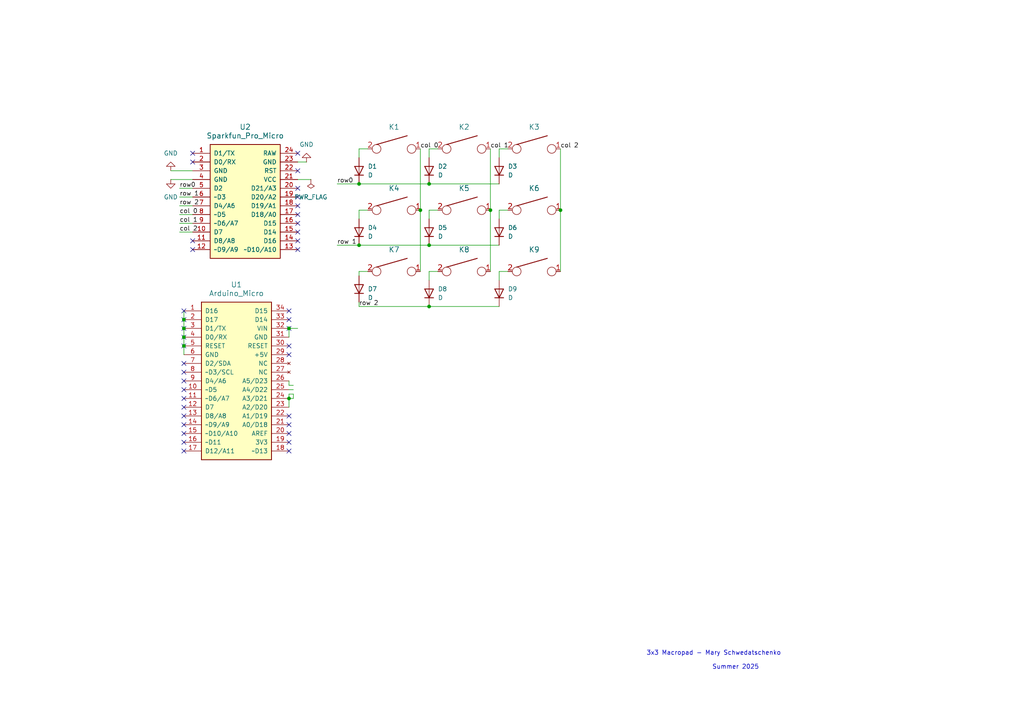
<source format=kicad_sch>
(kicad_sch (version 20231120) (generator "eeschema") (generator_version "8.0")
  (paper "A4")
  (lib_symbols
    (symbol "Device:D" (pin_numbers hide) (pin_names (offset 1.016) hide)
      (property "Reference" "D" (at 0 2.54 0))
      (property "Value" "D" (at 0 -2.54 0))
      (symbol "D_0_1"
        (polyline (pts (xy -1.27 1.27) (xy -1.27 -1.27)) (stroke (width 0.254)))
        (polyline (pts (xy 1.27 0) (xy -1.27 0)))
        (polyline (pts (xy 1.27 1.27) (xy 1.27 -1.27) (xy -1.27 0) (xy 1.27 1.27)) (stroke (width 0.254)))
      )
      (symbol "D_1_1"
        (pin passive line (at -3.81 0 0) (length 2.54) (name "K") (number "1"))
        (pin passive line (at 3.81 0 180) (length 2.54) (name "A") (number "2"))
      )
    )
    (symbol "keyboard_parts:KEYSW" (pin_names (offset 1.016))
      (property "Reference" "K?" (at -1.27 0 0))
      (symbol "KEYSW_0_1"
        (circle (center -5.08 0) (radius 1.27))
        (polyline (pts (xy -5.08 1.27) (xy 3.81 3.81)) (stroke (width 0.254)))
        (circle (center 5.08 0) (radius 1.27))
      )
      (symbol "KEYSW_1_1"
        (pin passive line (at 7.62 0 180) (length 1.27) (name "~") (number "1"))
        (pin passive line (at -7.62 0 0) (length 1.27) (name "~") (number "2"))
      )
    )
    (symbol "micro:Arduino_Micro" (pin_names (offset 1.016))
      (property "Reference" "U" (at -10.16 26.67 0))
      (property "Value" "Arduino_Micro" (at -2.54 24.13 0))
      (symbol "Arduino_Micro_0_1"
        (rectangle (start -10.16 22.86) (end 10.16 -22.86) (stroke (width 0.254)) (fill (type background)))
      )
      (symbol "Arduino_Micro_1_1"
        (pin bidirectional line (at -15.24 20.32 0) (length 5.08) (name "D16") (number "1"))
        (pin bidirectional line (at -15.24 -2.54 0) (length 5.08) (name "~D5") (number "10"))
        (pin bidirectional line (at -15.24 -5.08 0) (length 5.08) (name "~D6/A7") (number "11"))
        (pin bidirectional line (at -15.24 -7.62 0) (length 5.08) (name "D7") (number "12"))
        (pin bidirectional line (at -15.24 -10.16 0) (length 5.08) (name "D8/A8") (number "13"))
        (pin bidirectional line (at -15.24 -12.7 0) (length 5.08) (name "~D9/A9") (number "14"))
        (pin bidirectional line (at -15.24 -15.24 0) (length 5.08) (name "~D10/A10") (number "15"))
        (pin bidirectional line (at -15.24 -17.78 0) (length 5.08) (name "~D11") (number "16"))
        (pin bidirectional line (at -15.24 -20.32 0) (length 5.08) (name "D12/A11") (number "17"))
        (pin bidirectional line (at 15.24 -20.32 180) (length 5.08) (name "~D13") (number "18"))
        (pin power_out line (at 15.24 -17.78 180) (length 5.08) (name "3V3") (number "19"))
        (pin bidirectional line (at -15.24 17.78 0) (length 5.08) (name "D17") (number "2"))
        (pin input line (at 15.24 -15.24 180) (length 5.08) (name "AREF") (number "20"))
        (pin bidirectional line (at 15.24 -12.7 180) (length 5.08) (name "A0/D18") (number "21"))
        (pin bidirectional line (at 15.24 -10.16 180) (length 5.08) (name "A1/D19") (number "22"))
        (pin bidirectional line (at 15.24 -7.62 180) (length 5.08) (name "A2/D20") (number "23"))
        (pin bidirectional line (at 15.24 -5.08 180) (length 5.08) (name "A3/D21") (number "24"))
        (pin bidirectional line (at 15.24 -2.54 180) (length 5.08) (name "A4/D22") (number "25"))
        (pin bidirectional line (at 15.24 0 180) (length 5.08) (name "A5/D23") (number "26"))
        (pin no_connect line (at 15.24 2.54 180) (length 5.08) (name "NC") (number "27"))
        (pin no_connect line (at 15.24 5.08 180) (length 5.08) (name "NC") (number "28"))
        (pin power_in line (at 15.24 7.62 180) (length 5.08) (name "+5V") (number "29"))
        (pin bidirectional line (at -15.24 15.24 0) (length 5.08) (name "D1/TX") (number "3"))
        (pin input line (at 15.24 10.16 180) (length 5.08) (name "RESET") (number "30"))
        (pin power_in line (at 15.24 12.7 180) (length 5.08) (name "GND") (number "31"))
        (pin power_out line (at 15.24 15.24 180) (length 5.08) (name "VIN") (number "32"))
        (pin bidirectional line (at 15.24 17.78 180) (length 5.08) (name "D14") (number "33"))
        (pin bidirectional line (at 15.24 20.32 180) (length 5.08) (name "D15") (number "34"))
        (pin bidirectional line (at -15.24 12.7 0) (length 5.08) (name "D0/RX") (number "4"))
        (pin input line (at -15.24 10.16 0) (length 5.08) (name "RESET") (number "5"))
        (pin power_in line (at -15.24 7.62 0) (length 5.08) (name "GND") (number "6"))
        (pin bidirectional line (at -15.24 5.08 0) (length 5.08) (name "D2/SDA") (number "7"))
        (pin bidirectional line (at -15.24 2.54 0) (length 5.08) (name "~D3/SCL") (number "8"))
        (pin bidirectional line (at -15.24 0 0) (length 5.08) (name "D4/A6") (number "9"))
      )
    )
    (symbol "micro:Sparkfun_Pro_Micro" (pin_names (offset 1.016))
      (property "Reference" "U" (at -8.89 21.59 0))
      (property "Value" "Sparkfun_Pro_Micro" (at 0 19.05 0))
      (symbol "Sparkfun_Pro_Micro_0_1"
        (rectangle (start -10.16 17.78) (end 10.16 -15.24) (stroke (width 0.254)) (fill (type background)))
      )
      (symbol "Sparkfun_Pro_Micro_1_1"
        (pin bidirectional line (at -15.24 15.24 0) (length 5.08) (name "D1/TX") (number "1"))
        (pin bidirectional line (at -15.24 -7.62 0) (length 5.08) (name "D7") (number "10"))
        (pin bidirectional line (at -15.24 -10.16 0) (length 5.08) (name "D8/A8") (number "11"))
        (pin bidirectional line (at -15.24 -12.7 0) (length 5.08) (name "~D9/A9") (number "12"))
        (pin bidirectional line (at 15.24 -12.7 180) (length 5.08) (name "~D10/A10") (number "13"))
        (pin bidirectional line (at 15.24 -10.16 180) (length 5.08) (name "D16") (number "14"))
        (pin bidirectional line (at 15.24 -7.62 180) (length 5.08) (name "D14") (number "15"))
        (pin bidirectional line (at 15.24 -5.08 180) (length 5.08) (name "D15") (number "16"))
        (pin bidirectional line (at 15.24 -2.54 180) (length 5.08) (name "D18/A0") (number "17"))
        (pin bidirectional line (at 15.24 0 180) (length 5.08) (name "D19/A1") (number "18"))
        (pin bidirectional line (at 15.24 2.54 180) (length 5.08) (name "D20/A2") (number "19"))
        (pin bidirectional line (at -15.24 12.7 0) (length 5.08) (name "D0/RX") (number "2"))
        (pin bidirectional line (at 15.24 5.08 180) (length 5.08) (name "D21/A3") (number "20"))
        (pin power_in line (at 15.24 7.62 180) (length 5.08) (name "VCC") (number "21"))
        (pin input line (at 15.24 10.16 180) (length 5.08) (name "RST") (number "22"))
        (pin power_in line (at 15.24 12.7 180) (length 5.08) (name "GND") (number "23"))
        (pin power_in line (at 15.24 15.24 180) (length 5.08) (name "RAW") (number "24"))
        (pin power_in line (at -15.24 10.16 0) (length 5.08) (name "GND") (number "3"))
        (pin power_in line (at -15.24 7.62 0) (length 5.08) (name "GND") (number "4"))
        (pin bidirectional line (at -15.24 5.08 0) (length 5.08) (name "D2") (number "5"))
        (pin bidirectional line (at -15.24 2.54 0) (length 5.08) (name "~D3") (number "6"))
        (pin bidirectional line (at -15.24 0 0) (length 5.08) (name "D4/A6") (number "7"))
        (pin bidirectional line (at -15.24 -2.54 0) (length 5.08) (name "~D5") (number "8"))
        (pin bidirectional line (at -15.24 -5.08 0) (length 5.08) (name "~D6/A7") (number "9"))
      )
    )
    (symbol "power:GND" (power) (pin_numbers hide) (pin_names (offset 0) hide)
      (property "Value" "GND" (at 0 -3.81 0))
      (symbol "GND_0_1"
        (polyline (pts (xy 0 0) (xy 0 -1.27) (xy 1.27 -1.27) (xy 0 -2.54) (xy -1.27 -1.27) (xy 0 -1.27)))
      )
      (symbol "GND_1_1"
        (pin power_in line (at 0 0 270) (length 0) (name "~") (number "1"))
      )
    )
    (symbol "power:PWR_FLAG" (power) (pin_numbers hide) (pin_names (offset 0) hide)
      (property "Value" "PWR_FLAG" (at 0 3.81 0))
      (symbol "PWR_FLAG_0_0"
        (pin power_out line (at 0 0 90) (length 0) (name "~") (number "1"))
      )
      (symbol "PWR_FLAG_0_1"
        (polyline (pts (xy 0 0) (xy 0 1.27) (xy -1.016 1.905) (xy 0 2.54) (xy 1.016 1.905) (xy 0 1.27)))
      )
    )
  )
  (junction (at 162.56 60.96))
  (junction (at 83.82 115.57))
  (junction (at 124.46 88.9))
  (junction (at 124.46 53.34))
  (junction (at 104.14 53.34))
  (junction (at 124.46 71.12))
  (junction (at 83.82 95.25))
  (junction (at 142.24 60.96))
  (junction (at 53.34 97.79))
  (junction (at 53.34 95.25))
  (junction (at 104.14 71.12))
  (junction (at 121.92 60.96))
  (junction (at 53.34 92.71))
  (junction (at 53.34 100.33))
  (no_connect (at 55.88 44.45))
  (no_connect (at 53.34 130.81))
  (no_connect (at 83.82 120.65))
  (no_connect (at 55.88 72.39))
  (no_connect (at 86.36 54.61))
  (no_connect (at 83.82 92.71))
  (no_connect (at 53.34 97.79))
  (no_connect (at 86.36 69.85))
  (no_connect (at 53.34 90.17))
  (no_connect (at 55.88 69.85))
  (no_connect (at 86.36 67.31))
  (no_connect (at 53.34 107.95))
  (no_connect (at 83.82 128.27))
  (no_connect (at 86.36 57.15))
  (no_connect (at 53.34 120.65))
  (no_connect (at 86.36 62.23))
  (no_connect (at 53.34 105.41))
  (no_connect (at 86.36 44.45))
  (no_connect (at 53.34 125.73))
  (no_connect (at 86.36 72.39))
  (no_connect (at 83.82 90.17))
  (no_connect (at 53.34 118.11))
  (no_connect (at 86.36 49.53))
  (no_connect (at 83.82 102.87))
  (no_connect (at 55.88 46.99))
  (no_connect (at 83.82 100.33))
  (no_connect (at 53.34 115.57))
  (no_connect (at 53.34 113.03))
  (no_connect (at 53.34 100.33))
  (no_connect (at 53.34 123.19))
  (no_connect (at 83.82 123.19))
  (no_connect (at 53.34 95.25))
  (no_connect (at 53.34 92.71))
  (no_connect (at 53.34 128.27))
  (no_connect (at 83.82 95.25))
  (no_connect (at 83.82 125.73))
  (no_connect (at 86.36 64.77))
  (no_connect (at 53.34 110.49))
  (no_connect (at 83.82 130.81))
  (no_connect (at 86.36 59.69))
  (wire (pts (xy 104.14 53.34) (xy 124.46 53.34)))
  (wire (pts (xy 52.07 62.23) (xy 55.88 62.23)))
  (wire (pts (xy 124.46 53.34) (xy 144.78 53.34)))
  (wire (pts (xy 121.92 43.18) (xy 121.92 60.96)))
  (wire (pts (xy 147.32 43.18) (xy 144.78 43.18)))
  (wire (pts (xy 53.34 92.71) (xy 53.34 90.17)))
  (wire (pts (xy 106.68 43.18) (xy 104.14 43.18)))
  (wire (pts (xy 124.46 60.96) (xy 124.46 63.5)))
  (wire (pts (xy 124.46 60.96) (xy 127 60.96)))
  (wire (pts (xy 124.46 71.12) (xy 144.78 71.12)))
  (wire (pts (xy 52.07 67.31) (xy 55.88 67.31)))
  (wire (pts (xy 53.34 95.25) (xy 53.34 92.71)))
  (wire (pts (xy 83.82 115.57) (xy 83.82 114.3)))
  (wire (pts (xy 162.56 60.96) (xy 162.56 78.74)))
  (wire (pts (xy 86.36 52.07) (xy 90.17 52.07)))
  (wire (pts (xy 142.24 43.18) (xy 142.24 60.96)))
  (wire (pts (xy 86.36 46.99) (xy 88.9 46.99)))
  (wire (pts (xy 52.07 59.69) (xy 55.88 59.69)))
  (wire (pts (xy 144.78 78.74) (xy 144.78 81.28)))
  (wire (pts (xy 127 78.74) (xy 124.46 78.74)))
  (wire (pts (xy 52.07 57.15) (xy 55.88 57.15)))
  (wire (pts (xy 147.32 78.74) (xy 144.78 78.74)))
  (wire (pts (xy 83.82 97.79) (xy 83.82 95.25)))
  (wire (pts (xy 124.46 78.74) (xy 124.46 81.28)))
  (wire (pts (xy 106.68 78.74) (xy 104.14 78.74)))
  (wire (pts (xy 97.79 71.12) (xy 104.14 71.12)))
  (wire (pts (xy 106.68 60.96) (xy 104.14 60.96)))
  (wire (pts (xy 104.14 78.74) (xy 104.14 80.01)))
  (wire (pts (xy 97.79 53.34) (xy 104.14 53.34)))
  (wire (pts (xy 49.53 49.53) (xy 55.88 49.53)))
  (wire (pts (xy 85.09 115.57) (xy 85.09 114.3)))
  (wire (pts (xy 124.46 43.18) (xy 124.46 45.72)))
  (wire (pts (xy 124.46 88.9) (xy 144.78 88.9)))
  (wire (pts (xy 53.34 97.79) (xy 53.34 95.25)))
  (wire (pts (xy 121.92 60.96) (xy 121.92 78.74)))
  (wire (pts (xy 144.78 43.18) (xy 144.78 45.72)))
  (wire (pts (xy 104.14 88.9) (xy 124.46 88.9)))
  (wire (pts (xy 83.82 118.11) (xy 83.82 115.57)))
  (wire (pts (xy 162.56 43.18) (xy 162.56 60.96)))
  (wire (pts (xy 52.07 64.77) (xy 55.88 64.77)))
  (wire (pts (xy 104.14 43.18) (xy 104.14 45.72)))
  (wire (pts (xy 147.32 60.96) (xy 144.78 60.96)))
  (wire (pts (xy 83.82 113.03) (xy 85.09 113.03)))
  (wire (pts (xy 52.07 54.61) (xy 55.88 54.61)))
  (wire (pts (xy 83.82 111.76) (xy 85.09 111.76)))
  (wire (pts (xy 83.82 110.49) (xy 83.82 111.76)))
  (wire (pts (xy 127 43.18) (xy 124.46 43.18)))
  (wire (pts (xy 49.53 52.07) (xy 55.88 52.07)))
  (wire (pts (xy 83.82 95.25) (xy 86.36 95.25)))
  (wire (pts (xy 104.14 88.9) (xy 104.14 87.63)))
  (wire (pts (xy 104.14 60.96) (xy 104.14 63.5)))
  (wire (pts (xy 83.82 114.3) (xy 85.09 114.3)))
  (wire (pts (xy 142.24 60.96) (xy 142.24 78.74)))
  (wire (pts (xy 53.34 100.33) (xy 53.34 97.79)))
  (wire (pts (xy 83.82 115.57) (xy 85.09 115.57)))
  (wire (pts (xy 104.14 71.12) (xy 124.46 71.12)))
  (wire (pts (xy 144.78 60.96) (xy 144.78 63.5)))
  (wire (pts (xy 53.34 102.87) (xy 53.34 100.33)))
  (text "Summer 2025" (at 213.36 193.548 0) (effects (font (size 1.27 1.27))))
  (text "3x3 Macropad - Mary Schwedatschenko" (exclude_from_sim yes) (at 207.01 189.484 0) (effects (font (size 1.27 1.27))))
  (label "col 0" (at 121.92 43.18 0))
  (label "row0" (at 52.07 54.61 0))
  (label "col 2" (at 162.56 43.18 0))
  (label "row 1" (at 97.79 71.12 0))
  (label "row0" (at 97.79 53.34 0))
  (label "col 0" (at 52.07 62.23 0))
  (label "row 1" (at 52.07 57.15 0))
  (label "row 2" (at 104.14 88.9 0))
  (label "col 1" (at 142.24 43.18 0))
  (label "col 1" (at 52.07 64.77 0))
  (label "col 2" (at 52.07 67.31 0))
  (label "row 2" (at 52.07 59.69 0))
  (symbol (lib_id "Device:D") (at 104.14 83.82 90) (unit 1)
    (property "Reference" "D7" (at 106.68 83.8199 90) (effects (justify right)))
    (property "Value" "D" (at 106.68 86.3599 90) (effects (justify right)))
    (property "Footprint" "Diode_THT:D_DO-35_SOD27_P5.08mm_Vertical_AnodeUp" (effects (hide yes)))
    (property "Description" "Diode" (effects (hide yes)))
    (property "Sim.Device" "D" (effects (hide yes)))
    (property "Sim.Pins" "1=K 2=A" (effects (hide yes)))
  )
  (symbol (lib_id "power:GND") (at 49.53 49.53 180) (unit 1)
    (property "Reference" "#PWR02" (effects (hide yes)))
    (property "Value" "GND" (at 49.53 44.45 0))
    (property "Description" "Power symbol creates a global label with name \"GND\" , ground" (effects (hide yes)))
  )
  (symbol (lib_id "keyboard_parts:KEYSW") (at 154.94 78.74 0) (unit 1)
    (property "Reference" "K9" (at 154.94 72.39 0) (effects (font (size 1.524 1.524))))
    (property "Value" "KEYSW" (effects (hide yes)))
    (property "Footprint" "Button_Switch_Keyboard:SW_Cherry_MX_1.00u_PCB" (effects (hide yes)))
  )
  (symbol (lib_id "keyboard_parts:KEYSW") (at 114.3 60.96 0) (unit 1)
    (property "Reference" "K4" (at 114.3 54.61 0) (effects (font (size 1.524 1.524))))
    (property "Value" "KEYSW" (effects (hide yes)))
    (property "Footprint" "Button_Switch_Keyboard:SW_Cherry_MX_1.00u_PCB" (effects (hide yes)))
  )
  (symbol (lib_id "power:PWR_FLAG") (at 90.17 52.07 180) (unit 1)
    (property "Reference" "#FLG01" (effects (hide yes)))
    (property "Value" "PWR_FLAG" (at 90.17 57.15 0))
    (property "Description" "Special symbol for telling ERC where power comes from" (effects (hide yes)))
  )
  (symbol (lib_id "keyboard_parts:KEYSW") (at 114.3 78.74 0) (unit 1)
    (property "Reference" "K7" (at 114.3 72.39 0) (effects (font (size 1.524 1.524))))
    (property "Value" "KEYSW" (effects (hide yes)))
    (property "Footprint" "Button_Switch_Keyboard:SW_Cherry_MX_1.00u_PCB" (effects (hide yes)))
  )
  (symbol (lib_id "keyboard_parts:KEYSW") (at 134.62 78.74 0) (unit 1)
    (property "Reference" "K8" (at 134.62 72.39 0) (effects (font (size 1.524 1.524))))
    (property "Value" "KEYSW" (effects (hide yes)))
    (property "Footprint" "Button_Switch_Keyboard:SW_Cherry_MX_1.00u_PCB" (effects (hide yes)))
  )
  (symbol (lib_id "micro:Sparkfun_Pro_Micro") (at 71.12 59.69 0) (unit 1)
    (property "Reference" "U2" (at 71.12 36.83 0) (effects (font (size 1.524 1.524))))
    (property "Value" "Sparkfun_Pro_Micro" (at 71.12 39.37 0) (effects (font (size 1.524 1.524))))
    (property "Footprint" "Arduino:Sparkfun_Pro_Micro" (effects (hide yes)))
    (property "Datasheet" "https://www.sparkfun.com/products/12640" (effects (hide yes)))
    (property "Description" "Sparkfun Pro Micro" (effects (hide yes)))
  )
  (symbol (lib_id "Device:D") (at 124.46 67.31 90) (unit 1)
    (property "Reference" "D5" (at 127 66.0399 90) (effects (justify right)))
    (property "Value" "D" (at 127 68.5799 90) (effects (justify right)))
    (property "Footprint" "Diode_THT:D_DO-35_SOD27_P5.08mm_Vertical_AnodeUp" (effects (hide yes)))
    (property "Description" "Diode" (effects (hide yes)))
    (property "Sim.Device" "D" (effects (hide yes)))
    (property "Sim.Pins" "1=K 2=A" (effects (hide yes)))
  )
  (symbol (lib_id "Device:D") (at 144.78 49.53 90) (unit 1)
    (property "Reference" "D3" (at 147.32 48.2599 90) (effects (justify right)))
    (property "Value" "D" (at 147.32 50.7999 90) (effects (justify right)))
    (property "Footprint" "Diode_THT:D_DO-35_SOD27_P5.08mm_Vertical_AnodeUp" (effects (hide yes)))
    (property "Description" "Diode" (effects (hide yes)))
    (property "Sim.Device" "D" (effects (hide yes)))
    (property "Sim.Pins" "1=K 2=A" (effects (hide yes)))
  )
  (symbol (lib_id "power:GND") (at 88.9 46.99 180) (unit 1)
    (property "Reference" "#PWR03" (effects (hide yes)))
    (property "Value" "GND" (at 88.9 41.91 0))
    (property "Description" "Power symbol creates a global label with name \"GND\" , ground" (effects (hide yes)))
  )
  (symbol (lib_id "Device:D") (at 104.14 67.31 90) (unit 1)
    (property "Reference" "D4" (at 106.68 66.0399 90) (effects (justify right)))
    (property "Value" "D" (at 106.68 68.5799 90) (effects (justify right)))
    (property "Footprint" "Diode_THT:D_DO-35_SOD27_P5.08mm_Vertical_AnodeUp" (effects (hide yes)))
    (property "Description" "Diode" (effects (hide yes)))
    (property "Sim.Device" "D" (effects (hide yes)))
    (property "Sim.Pins" "1=K 2=A" (effects (hide yes)))
  )
  (symbol (lib_id "Device:D") (at 124.46 49.53 90) (unit 1)
    (property "Reference" "D2" (at 127 48.2599 90) (effects (justify right)))
    (property "Value" "D" (at 127 50.7999 90) (effects (justify right)))
    (property "Footprint" "Diode_THT:D_DO-35_SOD27_P5.08mm_Vertical_AnodeUp" (effects (hide yes)))
    (property "Description" "Diode" (effects (hide yes)))
    (property "Sim.Device" "D" (effects (hide yes)))
    (property "Sim.Pins" "1=K 2=A" (effects (hide yes)))
  )
  (symbol (lib_id "Device:D") (at 144.78 67.31 90) (unit 1)
    (property "Reference" "D6" (at 147.32 66.0399 90) (effects (justify right)))
    (property "Value" "D" (at 147.32 68.5799 90) (effects (justify right)))
    (property "Footprint" "Diode_THT:D_DO-35_SOD27_P5.08mm_Vertical_AnodeUp" (effects (hide yes)))
    (property "Description" "Diode" (effects (hide yes)))
    (property "Sim.Device" "D" (effects (hide yes)))
    (property "Sim.Pins" "1=K 2=A" (effects (hide yes)))
  )
  (symbol (lib_id "keyboard_parts:KEYSW") (at 134.62 60.96 0) (unit 1)
    (property "Reference" "K5" (at 134.62 54.61 0) (effects (font (size 1.524 1.524))))
    (property "Value" "KEYSW" (effects (hide yes)))
    (property "Footprint" "Button_Switch_Keyboard:SW_Cherry_MX_1.00u_PCB" (effects (hide yes)))
  )
  (symbol (lib_id "keyboard_parts:KEYSW") (at 114.3 43.18 0) (unit 1)
    (property "Reference" "K1" (at 114.3 36.83 0) (effects (font (size 1.524 1.524))))
    (property "Value" "KEYSW" (effects (hide yes)))
    (property "Footprint" "Button_Switch_Keyboard:SW_Cherry_MX_1.00u_PCB" (effects (hide yes)))
  )
  (symbol (lib_id "power:GND") (at 49.53 52.07 0) (unit 1)
    (property "Reference" "#PWR01" (effects (hide yes)))
    (property "Value" "GND" (at 49.53 57.15 0))
    (property "Description" "Power symbol creates a global label with name \"GND\" , ground" (effects (hide yes)))
  )
  (symbol (lib_id "keyboard_parts:KEYSW") (at 154.94 60.96 0) (unit 1)
    (property "Reference" "K6" (at 154.94 54.61 0) (effects (font (size 1.524 1.524))))
    (property "Value" "KEYSW" (effects (hide yes)))
    (property "Footprint" "Button_Switch_Keyboard:SW_Cherry_MX_1.00u_PCB" (effects (hide yes)))
  )
  (symbol (lib_id "Device:D") (at 124.46 85.09 90) (unit 1)
    (property "Reference" "D8" (at 127 83.8199 90) (effects (justify right)))
    (property "Value" "D" (at 127 86.3599 90) (effects (justify right)))
    (property "Footprint" "Diode_THT:D_DO-35_SOD27_P5.08mm_Vertical_AnodeUp" (effects (hide yes)))
    (property "Description" "Diode" (effects (hide yes)))
    (property "Sim.Device" "D" (effects (hide yes)))
    (property "Sim.Pins" "1=K 2=A" (effects (hide yes)))
  )
  (symbol (lib_id "keyboard_parts:KEYSW") (at 154.94 43.18 0) (unit 1)
    (property "Reference" "K3" (at 154.94 36.83 0) (effects (font (size 1.524 1.524))))
    (property "Value" "KEYSW" (effects (hide yes)))
    (property "Footprint" "Button_Switch_Keyboard:SW_Cherry_MX_1.00u_PCB" (effects (hide yes)))
  )
  (symbol (lib_id "Device:D") (at 104.14 49.53 90) (unit 1)
    (property "Reference" "D1" (at 106.68 48.2599 90) (effects (justify right)))
    (property "Value" "D" (at 106.68 50.7999 90) (effects (justify right)))
    (property "Footprint" "Diode_THT:D_DO-35_SOD27_P5.08mm_Vertical_AnodeUp" (effects (hide yes)))
    (property "Description" "Diode" (effects (hide yes)))
    (property "Sim.Device" "D" (effects (hide yes)))
    (property "Sim.Pins" "1=K 2=A" (effects (hide yes)))
  )
  (symbol (lib_id "micro:Arduino_Micro") (at 68.58 110.49 0) (unit 1)
    (property "Reference" "U1" (at 68.58 82.55 0) (effects (font (size 1.524 1.524))))
    (property "Value" "Arduino_Micro" (at 68.58 85.09 0) (effects (font (size 1.524 1.524))))
    (property "Footprint" "Arduino:Arduino_Micro" (effects (hide yes)))
    (property "Datasheet" "https://store.arduino.cc/usa/arduino-micro" (effects (hide yes)))
    (property "Description" "Arduino Micro" (effects (hide yes)))
  )
  (symbol (lib_id "Device:D") (at 144.78 85.09 90) (unit 1)
    (property "Reference" "D9" (at 147.32 83.8199 90) (effects (justify right)))
    (property "Value" "D" (at 147.32 86.3599 90) (effects (justify right)))
    (property "Footprint" "Diode_THT:D_DO-35_SOD27_P5.08mm_Vertical_AnodeUp" (effects (hide yes)))
    (property "Description" "Diode" (effects (hide yes)))
    (property "Sim.Device" "D" (effects (hide yes)))
    (property "Sim.Pins" "1=K 2=A" (effects (hide yes)))
  )
  (symbol (lib_id "keyboard_parts:KEYSW") (at 134.62 43.18 0) (unit 1)
    (property "Reference" "K2" (at 134.62 36.83 0) (effects (font (size 1.524 1.524))))
    (property "Value" "KEYSW" (effects (hide yes)))
    (property "Footprint" "Button_Switch_Keyboard:SW_Cherry_MX_1.00u_PCB" (effects (hide yes)))
  )
)
</source>
